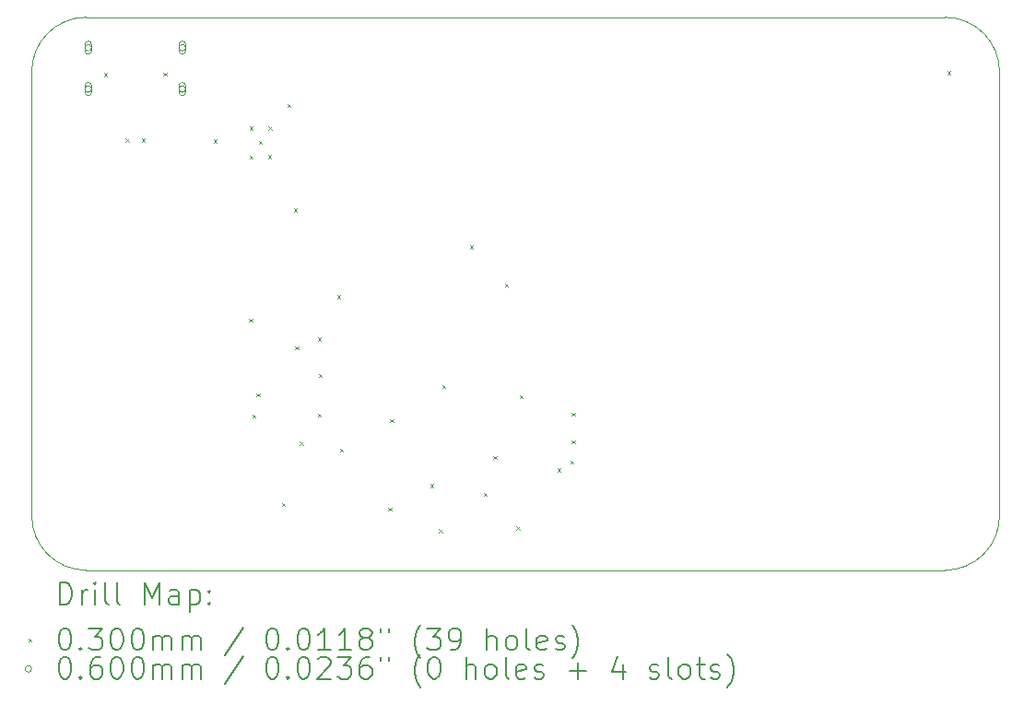
<source format=gbr>
%TF.GenerationSoftware,KiCad,Pcbnew,9.0.3*%
%TF.CreationDate,2025-08-27T19:31:21-05:00*%
%TF.ProjectId,stm32card,73746d33-3263-4617-9264-2e6b69636164,rev?*%
%TF.SameCoordinates,Original*%
%TF.FileFunction,Drillmap*%
%TF.FilePolarity,Positive*%
%FSLAX45Y45*%
G04 Gerber Fmt 4.5, Leading zero omitted, Abs format (unit mm)*
G04 Created by KiCad (PCBNEW 9.0.3) date 2025-08-27 19:31:21*
%MOMM*%
%LPD*%
G01*
G04 APERTURE LIST*
%ADD10C,0.050000*%
%ADD11C,0.200000*%
%ADD12C,0.100000*%
G04 APERTURE END LIST*
D10*
X13756447Y-13233553D02*
X21646447Y-13233553D01*
X13756447Y-13233553D02*
G75*
G02*
X13256447Y-12733553I3J500003D01*
G01*
X13256447Y-8653553D02*
X13256447Y-12733553D01*
X21646447Y-8153553D02*
G75*
G02*
X22146447Y-8653553I3J-499997D01*
G01*
X22146447Y-12733553D02*
X22146447Y-8653553D01*
X21646447Y-8153553D02*
X13756447Y-8153553D01*
X13256447Y-8653553D02*
G75*
G02*
X13756447Y-8153554I499991J8D01*
G01*
X22146447Y-12733553D02*
G75*
G02*
X21646447Y-13233557I-500007J3D01*
G01*
D11*
D12*
X13917892Y-8664431D02*
X13947892Y-8694431D01*
X13947892Y-8664431D02*
X13917892Y-8694431D01*
X14118113Y-9265553D02*
X14148113Y-9295553D01*
X14148113Y-9265553D02*
X14118113Y-9295553D01*
X14268113Y-9265553D02*
X14298113Y-9295553D01*
X14298113Y-9265553D02*
X14268113Y-9295553D01*
X14467134Y-8660086D02*
X14497134Y-8690086D01*
X14497134Y-8660086D02*
X14467134Y-8690086D01*
X14927040Y-9274355D02*
X14957040Y-9304355D01*
X14957040Y-9274355D02*
X14927040Y-9304355D01*
X15250880Y-10923202D02*
X15280880Y-10953202D01*
X15280880Y-10923202D02*
X15250880Y-10953202D01*
X15255483Y-9421812D02*
X15285483Y-9451812D01*
X15285483Y-9421812D02*
X15255483Y-9451812D01*
X15258314Y-9157217D02*
X15288314Y-9187217D01*
X15288314Y-9157217D02*
X15258314Y-9187217D01*
X15281530Y-11802242D02*
X15311530Y-11832242D01*
X15311530Y-11802242D02*
X15281530Y-11832242D01*
X15320740Y-11606959D02*
X15350740Y-11636959D01*
X15350740Y-11606959D02*
X15320740Y-11636959D01*
X15343317Y-9289278D02*
X15373317Y-9319278D01*
X15373317Y-9289278D02*
X15343317Y-9319278D01*
X15425889Y-9421096D02*
X15455889Y-9451096D01*
X15455889Y-9421096D02*
X15425889Y-9451096D01*
X15429465Y-9158248D02*
X15459465Y-9188248D01*
X15459465Y-9158248D02*
X15429465Y-9188248D01*
X15554052Y-12614941D02*
X15584052Y-12644941D01*
X15584052Y-12614941D02*
X15554052Y-12644941D01*
X15604647Y-8950185D02*
X15634647Y-8980185D01*
X15634647Y-8950185D02*
X15604647Y-8980185D01*
X15662903Y-9909614D02*
X15692903Y-9939614D01*
X15692903Y-9909614D02*
X15662903Y-9939614D01*
X15674446Y-11176505D02*
X15704446Y-11206505D01*
X15704446Y-11176505D02*
X15674446Y-11206505D01*
X15719035Y-12051950D02*
X15749035Y-12081950D01*
X15749035Y-12051950D02*
X15719035Y-12081950D01*
X15882247Y-11094987D02*
X15912247Y-11124987D01*
X15912247Y-11094987D02*
X15882247Y-11124987D01*
X15884145Y-11795548D02*
X15914145Y-11825548D01*
X15914145Y-11795548D02*
X15884145Y-11825548D01*
X15891310Y-11431009D02*
X15921310Y-11461009D01*
X15921310Y-11431009D02*
X15891310Y-11461009D01*
X16061449Y-10704597D02*
X16091449Y-10734597D01*
X16091449Y-10704597D02*
X16061449Y-10734597D01*
X16087075Y-12116620D02*
X16117075Y-12146620D01*
X16117075Y-12116620D02*
X16087075Y-12146620D01*
X16531548Y-12657844D02*
X16561548Y-12687844D01*
X16561548Y-12657844D02*
X16531548Y-12687844D01*
X16548441Y-11843696D02*
X16578441Y-11873696D01*
X16578441Y-11843696D02*
X16548441Y-11873696D01*
X16915838Y-12443795D02*
X16945838Y-12473795D01*
X16945838Y-12443795D02*
X16915838Y-12473795D01*
X16995202Y-12854751D02*
X17025202Y-12884751D01*
X17025202Y-12854751D02*
X16995202Y-12884751D01*
X17026423Y-11533452D02*
X17056423Y-11563452D01*
X17056423Y-11533452D02*
X17026423Y-11563452D01*
X17279775Y-10249839D02*
X17309775Y-10279839D01*
X17309775Y-10249839D02*
X17279775Y-10279839D01*
X17407917Y-12523803D02*
X17437917Y-12553803D01*
X17437917Y-12523803D02*
X17407917Y-12553803D01*
X17494686Y-12183613D02*
X17524686Y-12213613D01*
X17524686Y-12183613D02*
X17494686Y-12213613D01*
X17602115Y-10598553D02*
X17632115Y-10628553D01*
X17632115Y-10598553D02*
X17602115Y-10628553D01*
X17706533Y-12833572D02*
X17736533Y-12863572D01*
X17736533Y-12833572D02*
X17706533Y-12863572D01*
X17736654Y-11624855D02*
X17766654Y-11654855D01*
X17766654Y-11624855D02*
X17736654Y-11654855D01*
X18086552Y-12296162D02*
X18116552Y-12326162D01*
X18116552Y-12296162D02*
X18086552Y-12326162D01*
X18204436Y-12226021D02*
X18234436Y-12256021D01*
X18234436Y-12226021D02*
X18204436Y-12256021D01*
X18214064Y-12038526D02*
X18244064Y-12068526D01*
X18244064Y-12038526D02*
X18214064Y-12068526D01*
X18215680Y-11786663D02*
X18245680Y-11816663D01*
X18245680Y-11786663D02*
X18215680Y-11816663D01*
X21667778Y-8647536D02*
X21697778Y-8677536D01*
X21697778Y-8647536D02*
X21667778Y-8677536D01*
X13805447Y-8433000D02*
G75*
G02*
X13745447Y-8433000I-30000J0D01*
G01*
X13745447Y-8433000D02*
G75*
G02*
X13805447Y-8433000I30000J0D01*
G01*
X13805447Y-8463000D02*
X13805447Y-8403000D01*
X13745447Y-8403000D02*
G75*
G02*
X13805447Y-8403000I30000J0D01*
G01*
X13745447Y-8403000D02*
X13745447Y-8463000D01*
X13745447Y-8463000D02*
G75*
G03*
X13805447Y-8463000I30000J0D01*
G01*
X13805447Y-8813000D02*
G75*
G02*
X13745447Y-8813000I-30000J0D01*
G01*
X13745447Y-8813000D02*
G75*
G02*
X13805447Y-8813000I30000J0D01*
G01*
X13805447Y-8843000D02*
X13805447Y-8783000D01*
X13745447Y-8783000D02*
G75*
G02*
X13805447Y-8783000I30000J0D01*
G01*
X13745447Y-8783000D02*
X13745447Y-8843000D01*
X13745447Y-8843000D02*
G75*
G03*
X13805447Y-8843000I30000J0D01*
G01*
X14669447Y-8433000D02*
G75*
G02*
X14609447Y-8433000I-30000J0D01*
G01*
X14609447Y-8433000D02*
G75*
G02*
X14669447Y-8433000I30000J0D01*
G01*
X14669447Y-8463000D02*
X14669447Y-8403000D01*
X14609447Y-8403000D02*
G75*
G02*
X14669447Y-8403000I30000J0D01*
G01*
X14609447Y-8403000D02*
X14609447Y-8463000D01*
X14609447Y-8463000D02*
G75*
G03*
X14669447Y-8463000I30000J0D01*
G01*
X14669447Y-8813000D02*
G75*
G02*
X14609447Y-8813000I-30000J0D01*
G01*
X14609447Y-8813000D02*
G75*
G02*
X14669447Y-8813000I30000J0D01*
G01*
X14669447Y-8843000D02*
X14669447Y-8783000D01*
X14609447Y-8783000D02*
G75*
G02*
X14669447Y-8783000I30000J0D01*
G01*
X14609447Y-8783000D02*
X14609447Y-8843000D01*
X14609447Y-8843000D02*
G75*
G03*
X14669447Y-8843000I30000J0D01*
G01*
D11*
X13514723Y-13547537D02*
X13514723Y-13347537D01*
X13514723Y-13347537D02*
X13562342Y-13347537D01*
X13562342Y-13347537D02*
X13590914Y-13357061D01*
X13590914Y-13357061D02*
X13609961Y-13376109D01*
X13609961Y-13376109D02*
X13619485Y-13395156D01*
X13619485Y-13395156D02*
X13629009Y-13433251D01*
X13629009Y-13433251D02*
X13629009Y-13461823D01*
X13629009Y-13461823D02*
X13619485Y-13499918D01*
X13619485Y-13499918D02*
X13609961Y-13518966D01*
X13609961Y-13518966D02*
X13590914Y-13538013D01*
X13590914Y-13538013D02*
X13562342Y-13547537D01*
X13562342Y-13547537D02*
X13514723Y-13547537D01*
X13714723Y-13547537D02*
X13714723Y-13414204D01*
X13714723Y-13452299D02*
X13724247Y-13433251D01*
X13724247Y-13433251D02*
X13733771Y-13423728D01*
X13733771Y-13423728D02*
X13752819Y-13414204D01*
X13752819Y-13414204D02*
X13771866Y-13414204D01*
X13838533Y-13547537D02*
X13838533Y-13414204D01*
X13838533Y-13347537D02*
X13829009Y-13357061D01*
X13829009Y-13357061D02*
X13838533Y-13366585D01*
X13838533Y-13366585D02*
X13848057Y-13357061D01*
X13848057Y-13357061D02*
X13838533Y-13347537D01*
X13838533Y-13347537D02*
X13838533Y-13366585D01*
X13962342Y-13547537D02*
X13943295Y-13538013D01*
X13943295Y-13538013D02*
X13933771Y-13518966D01*
X13933771Y-13518966D02*
X13933771Y-13347537D01*
X14067104Y-13547537D02*
X14048057Y-13538013D01*
X14048057Y-13538013D02*
X14038533Y-13518966D01*
X14038533Y-13518966D02*
X14038533Y-13347537D01*
X14295676Y-13547537D02*
X14295676Y-13347537D01*
X14295676Y-13347537D02*
X14362342Y-13490394D01*
X14362342Y-13490394D02*
X14429009Y-13347537D01*
X14429009Y-13347537D02*
X14429009Y-13547537D01*
X14609961Y-13547537D02*
X14609961Y-13442775D01*
X14609961Y-13442775D02*
X14600438Y-13423728D01*
X14600438Y-13423728D02*
X14581390Y-13414204D01*
X14581390Y-13414204D02*
X14543295Y-13414204D01*
X14543295Y-13414204D02*
X14524247Y-13423728D01*
X14609961Y-13538013D02*
X14590914Y-13547537D01*
X14590914Y-13547537D02*
X14543295Y-13547537D01*
X14543295Y-13547537D02*
X14524247Y-13538013D01*
X14524247Y-13538013D02*
X14514723Y-13518966D01*
X14514723Y-13518966D02*
X14514723Y-13499918D01*
X14514723Y-13499918D02*
X14524247Y-13480870D01*
X14524247Y-13480870D02*
X14543295Y-13471347D01*
X14543295Y-13471347D02*
X14590914Y-13471347D01*
X14590914Y-13471347D02*
X14609961Y-13461823D01*
X14705200Y-13414204D02*
X14705200Y-13614204D01*
X14705200Y-13423728D02*
X14724247Y-13414204D01*
X14724247Y-13414204D02*
X14762342Y-13414204D01*
X14762342Y-13414204D02*
X14781390Y-13423728D01*
X14781390Y-13423728D02*
X14790914Y-13433251D01*
X14790914Y-13433251D02*
X14800438Y-13452299D01*
X14800438Y-13452299D02*
X14800438Y-13509442D01*
X14800438Y-13509442D02*
X14790914Y-13528489D01*
X14790914Y-13528489D02*
X14781390Y-13538013D01*
X14781390Y-13538013D02*
X14762342Y-13547537D01*
X14762342Y-13547537D02*
X14724247Y-13547537D01*
X14724247Y-13547537D02*
X14705200Y-13538013D01*
X14886152Y-13528489D02*
X14895676Y-13538013D01*
X14895676Y-13538013D02*
X14886152Y-13547537D01*
X14886152Y-13547537D02*
X14876628Y-13538013D01*
X14876628Y-13538013D02*
X14886152Y-13528489D01*
X14886152Y-13528489D02*
X14886152Y-13547537D01*
X14886152Y-13423728D02*
X14895676Y-13433251D01*
X14895676Y-13433251D02*
X14886152Y-13442775D01*
X14886152Y-13442775D02*
X14876628Y-13433251D01*
X14876628Y-13433251D02*
X14886152Y-13423728D01*
X14886152Y-13423728D02*
X14886152Y-13442775D01*
D12*
X13223947Y-13861053D02*
X13253947Y-13891053D01*
X13253947Y-13861053D02*
X13223947Y-13891053D01*
D11*
X13552819Y-13767537D02*
X13571866Y-13767537D01*
X13571866Y-13767537D02*
X13590914Y-13777061D01*
X13590914Y-13777061D02*
X13600438Y-13786585D01*
X13600438Y-13786585D02*
X13609961Y-13805632D01*
X13609961Y-13805632D02*
X13619485Y-13843728D01*
X13619485Y-13843728D02*
X13619485Y-13891347D01*
X13619485Y-13891347D02*
X13609961Y-13929442D01*
X13609961Y-13929442D02*
X13600438Y-13948489D01*
X13600438Y-13948489D02*
X13590914Y-13958013D01*
X13590914Y-13958013D02*
X13571866Y-13967537D01*
X13571866Y-13967537D02*
X13552819Y-13967537D01*
X13552819Y-13967537D02*
X13533771Y-13958013D01*
X13533771Y-13958013D02*
X13524247Y-13948489D01*
X13524247Y-13948489D02*
X13514723Y-13929442D01*
X13514723Y-13929442D02*
X13505200Y-13891347D01*
X13505200Y-13891347D02*
X13505200Y-13843728D01*
X13505200Y-13843728D02*
X13514723Y-13805632D01*
X13514723Y-13805632D02*
X13524247Y-13786585D01*
X13524247Y-13786585D02*
X13533771Y-13777061D01*
X13533771Y-13777061D02*
X13552819Y-13767537D01*
X13705200Y-13948489D02*
X13714723Y-13958013D01*
X13714723Y-13958013D02*
X13705200Y-13967537D01*
X13705200Y-13967537D02*
X13695676Y-13958013D01*
X13695676Y-13958013D02*
X13705200Y-13948489D01*
X13705200Y-13948489D02*
X13705200Y-13967537D01*
X13781390Y-13767537D02*
X13905200Y-13767537D01*
X13905200Y-13767537D02*
X13838533Y-13843728D01*
X13838533Y-13843728D02*
X13867104Y-13843728D01*
X13867104Y-13843728D02*
X13886152Y-13853251D01*
X13886152Y-13853251D02*
X13895676Y-13862775D01*
X13895676Y-13862775D02*
X13905200Y-13881823D01*
X13905200Y-13881823D02*
X13905200Y-13929442D01*
X13905200Y-13929442D02*
X13895676Y-13948489D01*
X13895676Y-13948489D02*
X13886152Y-13958013D01*
X13886152Y-13958013D02*
X13867104Y-13967537D01*
X13867104Y-13967537D02*
X13809961Y-13967537D01*
X13809961Y-13967537D02*
X13790914Y-13958013D01*
X13790914Y-13958013D02*
X13781390Y-13948489D01*
X14029009Y-13767537D02*
X14048057Y-13767537D01*
X14048057Y-13767537D02*
X14067104Y-13777061D01*
X14067104Y-13777061D02*
X14076628Y-13786585D01*
X14076628Y-13786585D02*
X14086152Y-13805632D01*
X14086152Y-13805632D02*
X14095676Y-13843728D01*
X14095676Y-13843728D02*
X14095676Y-13891347D01*
X14095676Y-13891347D02*
X14086152Y-13929442D01*
X14086152Y-13929442D02*
X14076628Y-13948489D01*
X14076628Y-13948489D02*
X14067104Y-13958013D01*
X14067104Y-13958013D02*
X14048057Y-13967537D01*
X14048057Y-13967537D02*
X14029009Y-13967537D01*
X14029009Y-13967537D02*
X14009961Y-13958013D01*
X14009961Y-13958013D02*
X14000438Y-13948489D01*
X14000438Y-13948489D02*
X13990914Y-13929442D01*
X13990914Y-13929442D02*
X13981390Y-13891347D01*
X13981390Y-13891347D02*
X13981390Y-13843728D01*
X13981390Y-13843728D02*
X13990914Y-13805632D01*
X13990914Y-13805632D02*
X14000438Y-13786585D01*
X14000438Y-13786585D02*
X14009961Y-13777061D01*
X14009961Y-13777061D02*
X14029009Y-13767537D01*
X14219485Y-13767537D02*
X14238533Y-13767537D01*
X14238533Y-13767537D02*
X14257581Y-13777061D01*
X14257581Y-13777061D02*
X14267104Y-13786585D01*
X14267104Y-13786585D02*
X14276628Y-13805632D01*
X14276628Y-13805632D02*
X14286152Y-13843728D01*
X14286152Y-13843728D02*
X14286152Y-13891347D01*
X14286152Y-13891347D02*
X14276628Y-13929442D01*
X14276628Y-13929442D02*
X14267104Y-13948489D01*
X14267104Y-13948489D02*
X14257581Y-13958013D01*
X14257581Y-13958013D02*
X14238533Y-13967537D01*
X14238533Y-13967537D02*
X14219485Y-13967537D01*
X14219485Y-13967537D02*
X14200438Y-13958013D01*
X14200438Y-13958013D02*
X14190914Y-13948489D01*
X14190914Y-13948489D02*
X14181390Y-13929442D01*
X14181390Y-13929442D02*
X14171866Y-13891347D01*
X14171866Y-13891347D02*
X14171866Y-13843728D01*
X14171866Y-13843728D02*
X14181390Y-13805632D01*
X14181390Y-13805632D02*
X14190914Y-13786585D01*
X14190914Y-13786585D02*
X14200438Y-13777061D01*
X14200438Y-13777061D02*
X14219485Y-13767537D01*
X14371866Y-13967537D02*
X14371866Y-13834204D01*
X14371866Y-13853251D02*
X14381390Y-13843728D01*
X14381390Y-13843728D02*
X14400438Y-13834204D01*
X14400438Y-13834204D02*
X14429009Y-13834204D01*
X14429009Y-13834204D02*
X14448057Y-13843728D01*
X14448057Y-13843728D02*
X14457581Y-13862775D01*
X14457581Y-13862775D02*
X14457581Y-13967537D01*
X14457581Y-13862775D02*
X14467104Y-13843728D01*
X14467104Y-13843728D02*
X14486152Y-13834204D01*
X14486152Y-13834204D02*
X14514723Y-13834204D01*
X14514723Y-13834204D02*
X14533771Y-13843728D01*
X14533771Y-13843728D02*
X14543295Y-13862775D01*
X14543295Y-13862775D02*
X14543295Y-13967537D01*
X14638533Y-13967537D02*
X14638533Y-13834204D01*
X14638533Y-13853251D02*
X14648057Y-13843728D01*
X14648057Y-13843728D02*
X14667104Y-13834204D01*
X14667104Y-13834204D02*
X14695676Y-13834204D01*
X14695676Y-13834204D02*
X14714723Y-13843728D01*
X14714723Y-13843728D02*
X14724247Y-13862775D01*
X14724247Y-13862775D02*
X14724247Y-13967537D01*
X14724247Y-13862775D02*
X14733771Y-13843728D01*
X14733771Y-13843728D02*
X14752819Y-13834204D01*
X14752819Y-13834204D02*
X14781390Y-13834204D01*
X14781390Y-13834204D02*
X14800438Y-13843728D01*
X14800438Y-13843728D02*
X14809962Y-13862775D01*
X14809962Y-13862775D02*
X14809962Y-13967537D01*
X15200438Y-13758013D02*
X15029009Y-14015156D01*
X15457581Y-13767537D02*
X15476628Y-13767537D01*
X15476628Y-13767537D02*
X15495676Y-13777061D01*
X15495676Y-13777061D02*
X15505200Y-13786585D01*
X15505200Y-13786585D02*
X15514724Y-13805632D01*
X15514724Y-13805632D02*
X15524247Y-13843728D01*
X15524247Y-13843728D02*
X15524247Y-13891347D01*
X15524247Y-13891347D02*
X15514724Y-13929442D01*
X15514724Y-13929442D02*
X15505200Y-13948489D01*
X15505200Y-13948489D02*
X15495676Y-13958013D01*
X15495676Y-13958013D02*
X15476628Y-13967537D01*
X15476628Y-13967537D02*
X15457581Y-13967537D01*
X15457581Y-13967537D02*
X15438533Y-13958013D01*
X15438533Y-13958013D02*
X15429009Y-13948489D01*
X15429009Y-13948489D02*
X15419485Y-13929442D01*
X15419485Y-13929442D02*
X15409962Y-13891347D01*
X15409962Y-13891347D02*
X15409962Y-13843728D01*
X15409962Y-13843728D02*
X15419485Y-13805632D01*
X15419485Y-13805632D02*
X15429009Y-13786585D01*
X15429009Y-13786585D02*
X15438533Y-13777061D01*
X15438533Y-13777061D02*
X15457581Y-13767537D01*
X15609962Y-13948489D02*
X15619485Y-13958013D01*
X15619485Y-13958013D02*
X15609962Y-13967537D01*
X15609962Y-13967537D02*
X15600438Y-13958013D01*
X15600438Y-13958013D02*
X15609962Y-13948489D01*
X15609962Y-13948489D02*
X15609962Y-13967537D01*
X15743295Y-13767537D02*
X15762343Y-13767537D01*
X15762343Y-13767537D02*
X15781390Y-13777061D01*
X15781390Y-13777061D02*
X15790914Y-13786585D01*
X15790914Y-13786585D02*
X15800438Y-13805632D01*
X15800438Y-13805632D02*
X15809962Y-13843728D01*
X15809962Y-13843728D02*
X15809962Y-13891347D01*
X15809962Y-13891347D02*
X15800438Y-13929442D01*
X15800438Y-13929442D02*
X15790914Y-13948489D01*
X15790914Y-13948489D02*
X15781390Y-13958013D01*
X15781390Y-13958013D02*
X15762343Y-13967537D01*
X15762343Y-13967537D02*
X15743295Y-13967537D01*
X15743295Y-13967537D02*
X15724247Y-13958013D01*
X15724247Y-13958013D02*
X15714724Y-13948489D01*
X15714724Y-13948489D02*
X15705200Y-13929442D01*
X15705200Y-13929442D02*
X15695676Y-13891347D01*
X15695676Y-13891347D02*
X15695676Y-13843728D01*
X15695676Y-13843728D02*
X15705200Y-13805632D01*
X15705200Y-13805632D02*
X15714724Y-13786585D01*
X15714724Y-13786585D02*
X15724247Y-13777061D01*
X15724247Y-13777061D02*
X15743295Y-13767537D01*
X16000438Y-13967537D02*
X15886152Y-13967537D01*
X15943295Y-13967537D02*
X15943295Y-13767537D01*
X15943295Y-13767537D02*
X15924247Y-13796109D01*
X15924247Y-13796109D02*
X15905200Y-13815156D01*
X15905200Y-13815156D02*
X15886152Y-13824680D01*
X16190914Y-13967537D02*
X16076628Y-13967537D01*
X16133771Y-13967537D02*
X16133771Y-13767537D01*
X16133771Y-13767537D02*
X16114724Y-13796109D01*
X16114724Y-13796109D02*
X16095676Y-13815156D01*
X16095676Y-13815156D02*
X16076628Y-13824680D01*
X16305200Y-13853251D02*
X16286152Y-13843728D01*
X16286152Y-13843728D02*
X16276628Y-13834204D01*
X16276628Y-13834204D02*
X16267105Y-13815156D01*
X16267105Y-13815156D02*
X16267105Y-13805632D01*
X16267105Y-13805632D02*
X16276628Y-13786585D01*
X16276628Y-13786585D02*
X16286152Y-13777061D01*
X16286152Y-13777061D02*
X16305200Y-13767537D01*
X16305200Y-13767537D02*
X16343295Y-13767537D01*
X16343295Y-13767537D02*
X16362343Y-13777061D01*
X16362343Y-13777061D02*
X16371866Y-13786585D01*
X16371866Y-13786585D02*
X16381390Y-13805632D01*
X16381390Y-13805632D02*
X16381390Y-13815156D01*
X16381390Y-13815156D02*
X16371866Y-13834204D01*
X16371866Y-13834204D02*
X16362343Y-13843728D01*
X16362343Y-13843728D02*
X16343295Y-13853251D01*
X16343295Y-13853251D02*
X16305200Y-13853251D01*
X16305200Y-13853251D02*
X16286152Y-13862775D01*
X16286152Y-13862775D02*
X16276628Y-13872299D01*
X16276628Y-13872299D02*
X16267105Y-13891347D01*
X16267105Y-13891347D02*
X16267105Y-13929442D01*
X16267105Y-13929442D02*
X16276628Y-13948489D01*
X16276628Y-13948489D02*
X16286152Y-13958013D01*
X16286152Y-13958013D02*
X16305200Y-13967537D01*
X16305200Y-13967537D02*
X16343295Y-13967537D01*
X16343295Y-13967537D02*
X16362343Y-13958013D01*
X16362343Y-13958013D02*
X16371866Y-13948489D01*
X16371866Y-13948489D02*
X16381390Y-13929442D01*
X16381390Y-13929442D02*
X16381390Y-13891347D01*
X16381390Y-13891347D02*
X16371866Y-13872299D01*
X16371866Y-13872299D02*
X16362343Y-13862775D01*
X16362343Y-13862775D02*
X16343295Y-13853251D01*
X16457581Y-13767537D02*
X16457581Y-13805632D01*
X16533771Y-13767537D02*
X16533771Y-13805632D01*
X16829010Y-14043728D02*
X16819486Y-14034204D01*
X16819486Y-14034204D02*
X16800438Y-14005632D01*
X16800438Y-14005632D02*
X16790914Y-13986585D01*
X16790914Y-13986585D02*
X16781390Y-13958013D01*
X16781390Y-13958013D02*
X16771867Y-13910394D01*
X16771867Y-13910394D02*
X16771867Y-13872299D01*
X16771867Y-13872299D02*
X16781390Y-13824680D01*
X16781390Y-13824680D02*
X16790914Y-13796109D01*
X16790914Y-13796109D02*
X16800438Y-13777061D01*
X16800438Y-13777061D02*
X16819486Y-13748489D01*
X16819486Y-13748489D02*
X16829010Y-13738966D01*
X16886152Y-13767537D02*
X17009962Y-13767537D01*
X17009962Y-13767537D02*
X16943295Y-13843728D01*
X16943295Y-13843728D02*
X16971867Y-13843728D01*
X16971867Y-13843728D02*
X16990914Y-13853251D01*
X16990914Y-13853251D02*
X17000438Y-13862775D01*
X17000438Y-13862775D02*
X17009962Y-13881823D01*
X17009962Y-13881823D02*
X17009962Y-13929442D01*
X17009962Y-13929442D02*
X17000438Y-13948489D01*
X17000438Y-13948489D02*
X16990914Y-13958013D01*
X16990914Y-13958013D02*
X16971867Y-13967537D01*
X16971867Y-13967537D02*
X16914724Y-13967537D01*
X16914724Y-13967537D02*
X16895676Y-13958013D01*
X16895676Y-13958013D02*
X16886152Y-13948489D01*
X17105200Y-13967537D02*
X17143295Y-13967537D01*
X17143295Y-13967537D02*
X17162343Y-13958013D01*
X17162343Y-13958013D02*
X17171867Y-13948489D01*
X17171867Y-13948489D02*
X17190914Y-13919918D01*
X17190914Y-13919918D02*
X17200438Y-13881823D01*
X17200438Y-13881823D02*
X17200438Y-13805632D01*
X17200438Y-13805632D02*
X17190914Y-13786585D01*
X17190914Y-13786585D02*
X17181390Y-13777061D01*
X17181390Y-13777061D02*
X17162343Y-13767537D01*
X17162343Y-13767537D02*
X17124248Y-13767537D01*
X17124248Y-13767537D02*
X17105200Y-13777061D01*
X17105200Y-13777061D02*
X17095676Y-13786585D01*
X17095676Y-13786585D02*
X17086152Y-13805632D01*
X17086152Y-13805632D02*
X17086152Y-13853251D01*
X17086152Y-13853251D02*
X17095676Y-13872299D01*
X17095676Y-13872299D02*
X17105200Y-13881823D01*
X17105200Y-13881823D02*
X17124248Y-13891347D01*
X17124248Y-13891347D02*
X17162343Y-13891347D01*
X17162343Y-13891347D02*
X17181390Y-13881823D01*
X17181390Y-13881823D02*
X17190914Y-13872299D01*
X17190914Y-13872299D02*
X17200438Y-13853251D01*
X17438533Y-13967537D02*
X17438533Y-13767537D01*
X17524248Y-13967537D02*
X17524248Y-13862775D01*
X17524248Y-13862775D02*
X17514724Y-13843728D01*
X17514724Y-13843728D02*
X17495676Y-13834204D01*
X17495676Y-13834204D02*
X17467105Y-13834204D01*
X17467105Y-13834204D02*
X17448057Y-13843728D01*
X17448057Y-13843728D02*
X17438533Y-13853251D01*
X17648057Y-13967537D02*
X17629010Y-13958013D01*
X17629010Y-13958013D02*
X17619486Y-13948489D01*
X17619486Y-13948489D02*
X17609962Y-13929442D01*
X17609962Y-13929442D02*
X17609962Y-13872299D01*
X17609962Y-13872299D02*
X17619486Y-13853251D01*
X17619486Y-13853251D02*
X17629010Y-13843728D01*
X17629010Y-13843728D02*
X17648057Y-13834204D01*
X17648057Y-13834204D02*
X17676629Y-13834204D01*
X17676629Y-13834204D02*
X17695676Y-13843728D01*
X17695676Y-13843728D02*
X17705200Y-13853251D01*
X17705200Y-13853251D02*
X17714724Y-13872299D01*
X17714724Y-13872299D02*
X17714724Y-13929442D01*
X17714724Y-13929442D02*
X17705200Y-13948489D01*
X17705200Y-13948489D02*
X17695676Y-13958013D01*
X17695676Y-13958013D02*
X17676629Y-13967537D01*
X17676629Y-13967537D02*
X17648057Y-13967537D01*
X17829010Y-13967537D02*
X17809962Y-13958013D01*
X17809962Y-13958013D02*
X17800438Y-13938966D01*
X17800438Y-13938966D02*
X17800438Y-13767537D01*
X17981391Y-13958013D02*
X17962343Y-13967537D01*
X17962343Y-13967537D02*
X17924248Y-13967537D01*
X17924248Y-13967537D02*
X17905200Y-13958013D01*
X17905200Y-13958013D02*
X17895676Y-13938966D01*
X17895676Y-13938966D02*
X17895676Y-13862775D01*
X17895676Y-13862775D02*
X17905200Y-13843728D01*
X17905200Y-13843728D02*
X17924248Y-13834204D01*
X17924248Y-13834204D02*
X17962343Y-13834204D01*
X17962343Y-13834204D02*
X17981391Y-13843728D01*
X17981391Y-13843728D02*
X17990914Y-13862775D01*
X17990914Y-13862775D02*
X17990914Y-13881823D01*
X17990914Y-13881823D02*
X17895676Y-13900870D01*
X18067105Y-13958013D02*
X18086152Y-13967537D01*
X18086152Y-13967537D02*
X18124248Y-13967537D01*
X18124248Y-13967537D02*
X18143295Y-13958013D01*
X18143295Y-13958013D02*
X18152819Y-13938966D01*
X18152819Y-13938966D02*
X18152819Y-13929442D01*
X18152819Y-13929442D02*
X18143295Y-13910394D01*
X18143295Y-13910394D02*
X18124248Y-13900870D01*
X18124248Y-13900870D02*
X18095676Y-13900870D01*
X18095676Y-13900870D02*
X18076629Y-13891347D01*
X18076629Y-13891347D02*
X18067105Y-13872299D01*
X18067105Y-13872299D02*
X18067105Y-13862775D01*
X18067105Y-13862775D02*
X18076629Y-13843728D01*
X18076629Y-13843728D02*
X18095676Y-13834204D01*
X18095676Y-13834204D02*
X18124248Y-13834204D01*
X18124248Y-13834204D02*
X18143295Y-13843728D01*
X18219486Y-14043728D02*
X18229010Y-14034204D01*
X18229010Y-14034204D02*
X18248057Y-14005632D01*
X18248057Y-14005632D02*
X18257581Y-13986585D01*
X18257581Y-13986585D02*
X18267105Y-13958013D01*
X18267105Y-13958013D02*
X18276629Y-13910394D01*
X18276629Y-13910394D02*
X18276629Y-13872299D01*
X18276629Y-13872299D02*
X18267105Y-13824680D01*
X18267105Y-13824680D02*
X18257581Y-13796109D01*
X18257581Y-13796109D02*
X18248057Y-13777061D01*
X18248057Y-13777061D02*
X18229010Y-13748489D01*
X18229010Y-13748489D02*
X18219486Y-13738966D01*
D12*
X13253947Y-14140053D02*
G75*
G02*
X13193947Y-14140053I-30000J0D01*
G01*
X13193947Y-14140053D02*
G75*
G02*
X13253947Y-14140053I30000J0D01*
G01*
D11*
X13552819Y-14031537D02*
X13571866Y-14031537D01*
X13571866Y-14031537D02*
X13590914Y-14041061D01*
X13590914Y-14041061D02*
X13600438Y-14050585D01*
X13600438Y-14050585D02*
X13609961Y-14069632D01*
X13609961Y-14069632D02*
X13619485Y-14107728D01*
X13619485Y-14107728D02*
X13619485Y-14155347D01*
X13619485Y-14155347D02*
X13609961Y-14193442D01*
X13609961Y-14193442D02*
X13600438Y-14212489D01*
X13600438Y-14212489D02*
X13590914Y-14222013D01*
X13590914Y-14222013D02*
X13571866Y-14231537D01*
X13571866Y-14231537D02*
X13552819Y-14231537D01*
X13552819Y-14231537D02*
X13533771Y-14222013D01*
X13533771Y-14222013D02*
X13524247Y-14212489D01*
X13524247Y-14212489D02*
X13514723Y-14193442D01*
X13514723Y-14193442D02*
X13505200Y-14155347D01*
X13505200Y-14155347D02*
X13505200Y-14107728D01*
X13505200Y-14107728D02*
X13514723Y-14069632D01*
X13514723Y-14069632D02*
X13524247Y-14050585D01*
X13524247Y-14050585D02*
X13533771Y-14041061D01*
X13533771Y-14041061D02*
X13552819Y-14031537D01*
X13705200Y-14212489D02*
X13714723Y-14222013D01*
X13714723Y-14222013D02*
X13705200Y-14231537D01*
X13705200Y-14231537D02*
X13695676Y-14222013D01*
X13695676Y-14222013D02*
X13705200Y-14212489D01*
X13705200Y-14212489D02*
X13705200Y-14231537D01*
X13886152Y-14031537D02*
X13848057Y-14031537D01*
X13848057Y-14031537D02*
X13829009Y-14041061D01*
X13829009Y-14041061D02*
X13819485Y-14050585D01*
X13819485Y-14050585D02*
X13800438Y-14079156D01*
X13800438Y-14079156D02*
X13790914Y-14117251D01*
X13790914Y-14117251D02*
X13790914Y-14193442D01*
X13790914Y-14193442D02*
X13800438Y-14212489D01*
X13800438Y-14212489D02*
X13809961Y-14222013D01*
X13809961Y-14222013D02*
X13829009Y-14231537D01*
X13829009Y-14231537D02*
X13867104Y-14231537D01*
X13867104Y-14231537D02*
X13886152Y-14222013D01*
X13886152Y-14222013D02*
X13895676Y-14212489D01*
X13895676Y-14212489D02*
X13905200Y-14193442D01*
X13905200Y-14193442D02*
X13905200Y-14145823D01*
X13905200Y-14145823D02*
X13895676Y-14126775D01*
X13895676Y-14126775D02*
X13886152Y-14117251D01*
X13886152Y-14117251D02*
X13867104Y-14107728D01*
X13867104Y-14107728D02*
X13829009Y-14107728D01*
X13829009Y-14107728D02*
X13809961Y-14117251D01*
X13809961Y-14117251D02*
X13800438Y-14126775D01*
X13800438Y-14126775D02*
X13790914Y-14145823D01*
X14029009Y-14031537D02*
X14048057Y-14031537D01*
X14048057Y-14031537D02*
X14067104Y-14041061D01*
X14067104Y-14041061D02*
X14076628Y-14050585D01*
X14076628Y-14050585D02*
X14086152Y-14069632D01*
X14086152Y-14069632D02*
X14095676Y-14107728D01*
X14095676Y-14107728D02*
X14095676Y-14155347D01*
X14095676Y-14155347D02*
X14086152Y-14193442D01*
X14086152Y-14193442D02*
X14076628Y-14212489D01*
X14076628Y-14212489D02*
X14067104Y-14222013D01*
X14067104Y-14222013D02*
X14048057Y-14231537D01*
X14048057Y-14231537D02*
X14029009Y-14231537D01*
X14029009Y-14231537D02*
X14009961Y-14222013D01*
X14009961Y-14222013D02*
X14000438Y-14212489D01*
X14000438Y-14212489D02*
X13990914Y-14193442D01*
X13990914Y-14193442D02*
X13981390Y-14155347D01*
X13981390Y-14155347D02*
X13981390Y-14107728D01*
X13981390Y-14107728D02*
X13990914Y-14069632D01*
X13990914Y-14069632D02*
X14000438Y-14050585D01*
X14000438Y-14050585D02*
X14009961Y-14041061D01*
X14009961Y-14041061D02*
X14029009Y-14031537D01*
X14219485Y-14031537D02*
X14238533Y-14031537D01*
X14238533Y-14031537D02*
X14257581Y-14041061D01*
X14257581Y-14041061D02*
X14267104Y-14050585D01*
X14267104Y-14050585D02*
X14276628Y-14069632D01*
X14276628Y-14069632D02*
X14286152Y-14107728D01*
X14286152Y-14107728D02*
X14286152Y-14155347D01*
X14286152Y-14155347D02*
X14276628Y-14193442D01*
X14276628Y-14193442D02*
X14267104Y-14212489D01*
X14267104Y-14212489D02*
X14257581Y-14222013D01*
X14257581Y-14222013D02*
X14238533Y-14231537D01*
X14238533Y-14231537D02*
X14219485Y-14231537D01*
X14219485Y-14231537D02*
X14200438Y-14222013D01*
X14200438Y-14222013D02*
X14190914Y-14212489D01*
X14190914Y-14212489D02*
X14181390Y-14193442D01*
X14181390Y-14193442D02*
X14171866Y-14155347D01*
X14171866Y-14155347D02*
X14171866Y-14107728D01*
X14171866Y-14107728D02*
X14181390Y-14069632D01*
X14181390Y-14069632D02*
X14190914Y-14050585D01*
X14190914Y-14050585D02*
X14200438Y-14041061D01*
X14200438Y-14041061D02*
X14219485Y-14031537D01*
X14371866Y-14231537D02*
X14371866Y-14098204D01*
X14371866Y-14117251D02*
X14381390Y-14107728D01*
X14381390Y-14107728D02*
X14400438Y-14098204D01*
X14400438Y-14098204D02*
X14429009Y-14098204D01*
X14429009Y-14098204D02*
X14448057Y-14107728D01*
X14448057Y-14107728D02*
X14457581Y-14126775D01*
X14457581Y-14126775D02*
X14457581Y-14231537D01*
X14457581Y-14126775D02*
X14467104Y-14107728D01*
X14467104Y-14107728D02*
X14486152Y-14098204D01*
X14486152Y-14098204D02*
X14514723Y-14098204D01*
X14514723Y-14098204D02*
X14533771Y-14107728D01*
X14533771Y-14107728D02*
X14543295Y-14126775D01*
X14543295Y-14126775D02*
X14543295Y-14231537D01*
X14638533Y-14231537D02*
X14638533Y-14098204D01*
X14638533Y-14117251D02*
X14648057Y-14107728D01*
X14648057Y-14107728D02*
X14667104Y-14098204D01*
X14667104Y-14098204D02*
X14695676Y-14098204D01*
X14695676Y-14098204D02*
X14714723Y-14107728D01*
X14714723Y-14107728D02*
X14724247Y-14126775D01*
X14724247Y-14126775D02*
X14724247Y-14231537D01*
X14724247Y-14126775D02*
X14733771Y-14107728D01*
X14733771Y-14107728D02*
X14752819Y-14098204D01*
X14752819Y-14098204D02*
X14781390Y-14098204D01*
X14781390Y-14098204D02*
X14800438Y-14107728D01*
X14800438Y-14107728D02*
X14809962Y-14126775D01*
X14809962Y-14126775D02*
X14809962Y-14231537D01*
X15200438Y-14022013D02*
X15029009Y-14279156D01*
X15457581Y-14031537D02*
X15476628Y-14031537D01*
X15476628Y-14031537D02*
X15495676Y-14041061D01*
X15495676Y-14041061D02*
X15505200Y-14050585D01*
X15505200Y-14050585D02*
X15514724Y-14069632D01*
X15514724Y-14069632D02*
X15524247Y-14107728D01*
X15524247Y-14107728D02*
X15524247Y-14155347D01*
X15524247Y-14155347D02*
X15514724Y-14193442D01*
X15514724Y-14193442D02*
X15505200Y-14212489D01*
X15505200Y-14212489D02*
X15495676Y-14222013D01*
X15495676Y-14222013D02*
X15476628Y-14231537D01*
X15476628Y-14231537D02*
X15457581Y-14231537D01*
X15457581Y-14231537D02*
X15438533Y-14222013D01*
X15438533Y-14222013D02*
X15429009Y-14212489D01*
X15429009Y-14212489D02*
X15419485Y-14193442D01*
X15419485Y-14193442D02*
X15409962Y-14155347D01*
X15409962Y-14155347D02*
X15409962Y-14107728D01*
X15409962Y-14107728D02*
X15419485Y-14069632D01*
X15419485Y-14069632D02*
X15429009Y-14050585D01*
X15429009Y-14050585D02*
X15438533Y-14041061D01*
X15438533Y-14041061D02*
X15457581Y-14031537D01*
X15609962Y-14212489D02*
X15619485Y-14222013D01*
X15619485Y-14222013D02*
X15609962Y-14231537D01*
X15609962Y-14231537D02*
X15600438Y-14222013D01*
X15600438Y-14222013D02*
X15609962Y-14212489D01*
X15609962Y-14212489D02*
X15609962Y-14231537D01*
X15743295Y-14031537D02*
X15762343Y-14031537D01*
X15762343Y-14031537D02*
X15781390Y-14041061D01*
X15781390Y-14041061D02*
X15790914Y-14050585D01*
X15790914Y-14050585D02*
X15800438Y-14069632D01*
X15800438Y-14069632D02*
X15809962Y-14107728D01*
X15809962Y-14107728D02*
X15809962Y-14155347D01*
X15809962Y-14155347D02*
X15800438Y-14193442D01*
X15800438Y-14193442D02*
X15790914Y-14212489D01*
X15790914Y-14212489D02*
X15781390Y-14222013D01*
X15781390Y-14222013D02*
X15762343Y-14231537D01*
X15762343Y-14231537D02*
X15743295Y-14231537D01*
X15743295Y-14231537D02*
X15724247Y-14222013D01*
X15724247Y-14222013D02*
X15714724Y-14212489D01*
X15714724Y-14212489D02*
X15705200Y-14193442D01*
X15705200Y-14193442D02*
X15695676Y-14155347D01*
X15695676Y-14155347D02*
X15695676Y-14107728D01*
X15695676Y-14107728D02*
X15705200Y-14069632D01*
X15705200Y-14069632D02*
X15714724Y-14050585D01*
X15714724Y-14050585D02*
X15724247Y-14041061D01*
X15724247Y-14041061D02*
X15743295Y-14031537D01*
X15886152Y-14050585D02*
X15895676Y-14041061D01*
X15895676Y-14041061D02*
X15914724Y-14031537D01*
X15914724Y-14031537D02*
X15962343Y-14031537D01*
X15962343Y-14031537D02*
X15981390Y-14041061D01*
X15981390Y-14041061D02*
X15990914Y-14050585D01*
X15990914Y-14050585D02*
X16000438Y-14069632D01*
X16000438Y-14069632D02*
X16000438Y-14088680D01*
X16000438Y-14088680D02*
X15990914Y-14117251D01*
X15990914Y-14117251D02*
X15876628Y-14231537D01*
X15876628Y-14231537D02*
X16000438Y-14231537D01*
X16067105Y-14031537D02*
X16190914Y-14031537D01*
X16190914Y-14031537D02*
X16124247Y-14107728D01*
X16124247Y-14107728D02*
X16152819Y-14107728D01*
X16152819Y-14107728D02*
X16171866Y-14117251D01*
X16171866Y-14117251D02*
X16181390Y-14126775D01*
X16181390Y-14126775D02*
X16190914Y-14145823D01*
X16190914Y-14145823D02*
X16190914Y-14193442D01*
X16190914Y-14193442D02*
X16181390Y-14212489D01*
X16181390Y-14212489D02*
X16171866Y-14222013D01*
X16171866Y-14222013D02*
X16152819Y-14231537D01*
X16152819Y-14231537D02*
X16095676Y-14231537D01*
X16095676Y-14231537D02*
X16076628Y-14222013D01*
X16076628Y-14222013D02*
X16067105Y-14212489D01*
X16362343Y-14031537D02*
X16324247Y-14031537D01*
X16324247Y-14031537D02*
X16305200Y-14041061D01*
X16305200Y-14041061D02*
X16295676Y-14050585D01*
X16295676Y-14050585D02*
X16276628Y-14079156D01*
X16276628Y-14079156D02*
X16267105Y-14117251D01*
X16267105Y-14117251D02*
X16267105Y-14193442D01*
X16267105Y-14193442D02*
X16276628Y-14212489D01*
X16276628Y-14212489D02*
X16286152Y-14222013D01*
X16286152Y-14222013D02*
X16305200Y-14231537D01*
X16305200Y-14231537D02*
X16343295Y-14231537D01*
X16343295Y-14231537D02*
X16362343Y-14222013D01*
X16362343Y-14222013D02*
X16371866Y-14212489D01*
X16371866Y-14212489D02*
X16381390Y-14193442D01*
X16381390Y-14193442D02*
X16381390Y-14145823D01*
X16381390Y-14145823D02*
X16371866Y-14126775D01*
X16371866Y-14126775D02*
X16362343Y-14117251D01*
X16362343Y-14117251D02*
X16343295Y-14107728D01*
X16343295Y-14107728D02*
X16305200Y-14107728D01*
X16305200Y-14107728D02*
X16286152Y-14117251D01*
X16286152Y-14117251D02*
X16276628Y-14126775D01*
X16276628Y-14126775D02*
X16267105Y-14145823D01*
X16457581Y-14031537D02*
X16457581Y-14069632D01*
X16533771Y-14031537D02*
X16533771Y-14069632D01*
X16829010Y-14307728D02*
X16819486Y-14298204D01*
X16819486Y-14298204D02*
X16800438Y-14269632D01*
X16800438Y-14269632D02*
X16790914Y-14250585D01*
X16790914Y-14250585D02*
X16781390Y-14222013D01*
X16781390Y-14222013D02*
X16771867Y-14174394D01*
X16771867Y-14174394D02*
X16771867Y-14136299D01*
X16771867Y-14136299D02*
X16781390Y-14088680D01*
X16781390Y-14088680D02*
X16790914Y-14060109D01*
X16790914Y-14060109D02*
X16800438Y-14041061D01*
X16800438Y-14041061D02*
X16819486Y-14012489D01*
X16819486Y-14012489D02*
X16829010Y-14002966D01*
X16943295Y-14031537D02*
X16962343Y-14031537D01*
X16962343Y-14031537D02*
X16981390Y-14041061D01*
X16981390Y-14041061D02*
X16990914Y-14050585D01*
X16990914Y-14050585D02*
X17000438Y-14069632D01*
X17000438Y-14069632D02*
X17009962Y-14107728D01*
X17009962Y-14107728D02*
X17009962Y-14155347D01*
X17009962Y-14155347D02*
X17000438Y-14193442D01*
X17000438Y-14193442D02*
X16990914Y-14212489D01*
X16990914Y-14212489D02*
X16981390Y-14222013D01*
X16981390Y-14222013D02*
X16962343Y-14231537D01*
X16962343Y-14231537D02*
X16943295Y-14231537D01*
X16943295Y-14231537D02*
X16924248Y-14222013D01*
X16924248Y-14222013D02*
X16914724Y-14212489D01*
X16914724Y-14212489D02*
X16905200Y-14193442D01*
X16905200Y-14193442D02*
X16895676Y-14155347D01*
X16895676Y-14155347D02*
X16895676Y-14107728D01*
X16895676Y-14107728D02*
X16905200Y-14069632D01*
X16905200Y-14069632D02*
X16914724Y-14050585D01*
X16914724Y-14050585D02*
X16924248Y-14041061D01*
X16924248Y-14041061D02*
X16943295Y-14031537D01*
X17248057Y-14231537D02*
X17248057Y-14031537D01*
X17333771Y-14231537D02*
X17333771Y-14126775D01*
X17333771Y-14126775D02*
X17324248Y-14107728D01*
X17324248Y-14107728D02*
X17305200Y-14098204D01*
X17305200Y-14098204D02*
X17276629Y-14098204D01*
X17276629Y-14098204D02*
X17257581Y-14107728D01*
X17257581Y-14107728D02*
X17248057Y-14117251D01*
X17457581Y-14231537D02*
X17438533Y-14222013D01*
X17438533Y-14222013D02*
X17429010Y-14212489D01*
X17429010Y-14212489D02*
X17419486Y-14193442D01*
X17419486Y-14193442D02*
X17419486Y-14136299D01*
X17419486Y-14136299D02*
X17429010Y-14117251D01*
X17429010Y-14117251D02*
X17438533Y-14107728D01*
X17438533Y-14107728D02*
X17457581Y-14098204D01*
X17457581Y-14098204D02*
X17486152Y-14098204D01*
X17486152Y-14098204D02*
X17505200Y-14107728D01*
X17505200Y-14107728D02*
X17514724Y-14117251D01*
X17514724Y-14117251D02*
X17524248Y-14136299D01*
X17524248Y-14136299D02*
X17524248Y-14193442D01*
X17524248Y-14193442D02*
X17514724Y-14212489D01*
X17514724Y-14212489D02*
X17505200Y-14222013D01*
X17505200Y-14222013D02*
X17486152Y-14231537D01*
X17486152Y-14231537D02*
X17457581Y-14231537D01*
X17638533Y-14231537D02*
X17619486Y-14222013D01*
X17619486Y-14222013D02*
X17609962Y-14202966D01*
X17609962Y-14202966D02*
X17609962Y-14031537D01*
X17790914Y-14222013D02*
X17771867Y-14231537D01*
X17771867Y-14231537D02*
X17733771Y-14231537D01*
X17733771Y-14231537D02*
X17714724Y-14222013D01*
X17714724Y-14222013D02*
X17705200Y-14202966D01*
X17705200Y-14202966D02*
X17705200Y-14126775D01*
X17705200Y-14126775D02*
X17714724Y-14107728D01*
X17714724Y-14107728D02*
X17733771Y-14098204D01*
X17733771Y-14098204D02*
X17771867Y-14098204D01*
X17771867Y-14098204D02*
X17790914Y-14107728D01*
X17790914Y-14107728D02*
X17800438Y-14126775D01*
X17800438Y-14126775D02*
X17800438Y-14145823D01*
X17800438Y-14145823D02*
X17705200Y-14164870D01*
X17876629Y-14222013D02*
X17895676Y-14231537D01*
X17895676Y-14231537D02*
X17933771Y-14231537D01*
X17933771Y-14231537D02*
X17952819Y-14222013D01*
X17952819Y-14222013D02*
X17962343Y-14202966D01*
X17962343Y-14202966D02*
X17962343Y-14193442D01*
X17962343Y-14193442D02*
X17952819Y-14174394D01*
X17952819Y-14174394D02*
X17933771Y-14164870D01*
X17933771Y-14164870D02*
X17905200Y-14164870D01*
X17905200Y-14164870D02*
X17886152Y-14155347D01*
X17886152Y-14155347D02*
X17876629Y-14136299D01*
X17876629Y-14136299D02*
X17876629Y-14126775D01*
X17876629Y-14126775D02*
X17886152Y-14107728D01*
X17886152Y-14107728D02*
X17905200Y-14098204D01*
X17905200Y-14098204D02*
X17933771Y-14098204D01*
X17933771Y-14098204D02*
X17952819Y-14107728D01*
X18200438Y-14155347D02*
X18352819Y-14155347D01*
X18276629Y-14231537D02*
X18276629Y-14079156D01*
X18686153Y-14098204D02*
X18686153Y-14231537D01*
X18638533Y-14022013D02*
X18590914Y-14164870D01*
X18590914Y-14164870D02*
X18714724Y-14164870D01*
X18933772Y-14222013D02*
X18952819Y-14231537D01*
X18952819Y-14231537D02*
X18990914Y-14231537D01*
X18990914Y-14231537D02*
X19009962Y-14222013D01*
X19009962Y-14222013D02*
X19019486Y-14202966D01*
X19019486Y-14202966D02*
X19019486Y-14193442D01*
X19019486Y-14193442D02*
X19009962Y-14174394D01*
X19009962Y-14174394D02*
X18990914Y-14164870D01*
X18990914Y-14164870D02*
X18962343Y-14164870D01*
X18962343Y-14164870D02*
X18943295Y-14155347D01*
X18943295Y-14155347D02*
X18933772Y-14136299D01*
X18933772Y-14136299D02*
X18933772Y-14126775D01*
X18933772Y-14126775D02*
X18943295Y-14107728D01*
X18943295Y-14107728D02*
X18962343Y-14098204D01*
X18962343Y-14098204D02*
X18990914Y-14098204D01*
X18990914Y-14098204D02*
X19009962Y-14107728D01*
X19133772Y-14231537D02*
X19114724Y-14222013D01*
X19114724Y-14222013D02*
X19105200Y-14202966D01*
X19105200Y-14202966D02*
X19105200Y-14031537D01*
X19238534Y-14231537D02*
X19219486Y-14222013D01*
X19219486Y-14222013D02*
X19209962Y-14212489D01*
X19209962Y-14212489D02*
X19200438Y-14193442D01*
X19200438Y-14193442D02*
X19200438Y-14136299D01*
X19200438Y-14136299D02*
X19209962Y-14117251D01*
X19209962Y-14117251D02*
X19219486Y-14107728D01*
X19219486Y-14107728D02*
X19238534Y-14098204D01*
X19238534Y-14098204D02*
X19267105Y-14098204D01*
X19267105Y-14098204D02*
X19286153Y-14107728D01*
X19286153Y-14107728D02*
X19295676Y-14117251D01*
X19295676Y-14117251D02*
X19305200Y-14136299D01*
X19305200Y-14136299D02*
X19305200Y-14193442D01*
X19305200Y-14193442D02*
X19295676Y-14212489D01*
X19295676Y-14212489D02*
X19286153Y-14222013D01*
X19286153Y-14222013D02*
X19267105Y-14231537D01*
X19267105Y-14231537D02*
X19238534Y-14231537D01*
X19362343Y-14098204D02*
X19438534Y-14098204D01*
X19390915Y-14031537D02*
X19390915Y-14202966D01*
X19390915Y-14202966D02*
X19400438Y-14222013D01*
X19400438Y-14222013D02*
X19419486Y-14231537D01*
X19419486Y-14231537D02*
X19438534Y-14231537D01*
X19495676Y-14222013D02*
X19514724Y-14231537D01*
X19514724Y-14231537D02*
X19552819Y-14231537D01*
X19552819Y-14231537D02*
X19571867Y-14222013D01*
X19571867Y-14222013D02*
X19581391Y-14202966D01*
X19581391Y-14202966D02*
X19581391Y-14193442D01*
X19581391Y-14193442D02*
X19571867Y-14174394D01*
X19571867Y-14174394D02*
X19552819Y-14164870D01*
X19552819Y-14164870D02*
X19524248Y-14164870D01*
X19524248Y-14164870D02*
X19505200Y-14155347D01*
X19505200Y-14155347D02*
X19495676Y-14136299D01*
X19495676Y-14136299D02*
X19495676Y-14126775D01*
X19495676Y-14126775D02*
X19505200Y-14107728D01*
X19505200Y-14107728D02*
X19524248Y-14098204D01*
X19524248Y-14098204D02*
X19552819Y-14098204D01*
X19552819Y-14098204D02*
X19571867Y-14107728D01*
X19648057Y-14307728D02*
X19657581Y-14298204D01*
X19657581Y-14298204D02*
X19676629Y-14269632D01*
X19676629Y-14269632D02*
X19686153Y-14250585D01*
X19686153Y-14250585D02*
X19695676Y-14222013D01*
X19695676Y-14222013D02*
X19705200Y-14174394D01*
X19705200Y-14174394D02*
X19705200Y-14136299D01*
X19705200Y-14136299D02*
X19695676Y-14088680D01*
X19695676Y-14088680D02*
X19686153Y-14060109D01*
X19686153Y-14060109D02*
X19676629Y-14041061D01*
X19676629Y-14041061D02*
X19657581Y-14012489D01*
X19657581Y-14012489D02*
X19648057Y-14002966D01*
M02*

</source>
